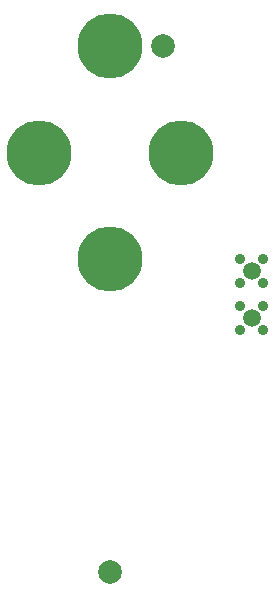
<source format=gts>
%TF.GenerationSoftware,KiCad,Pcbnew,7.99.0-1.20230926git54171ec.fc37*%
%TF.CreationDate,2023-10-10T16:27:55+01:00*%
%TF.ProjectId,bugg-led-r5,62756767-2d6c-4656-942d-72352e6b6963,rev?*%
%TF.SameCoordinates,Original*%
%TF.FileFunction,Soldermask,Top*%
%TF.FilePolarity,Negative*%
%FSLAX46Y46*%
G04 Gerber Fmt 4.6, Leading zero omitted, Abs format (unit mm)*
G04 Created by KiCad (PCBNEW 7.99.0-1.20230926git54171ec.fc37) date 2023-10-10 16:27:55*
%MOMM*%
%LPD*%
G01*
G04 APERTURE LIST*
%ADD10C,2.000000*%
%ADD11C,5.500000*%
%ADD12C,0.900000*%
%ADD13C,1.500000*%
G04 APERTURE END LIST*
D10*
%TO.C,H205*%
X4500000Y9000000D03*
%TD*%
%TO.C,H206*%
X0Y-35500000D03*
%TD*%
D11*
%TO.C,H204*%
X0Y-9000000D03*
%TD*%
%TO.C,H201*%
X6000000Y0D03*
%TD*%
%TO.C,H203*%
X0Y9000000D03*
%TD*%
%TO.C,H202*%
X-6000000Y0D03*
%TD*%
D12*
%TO.C,J201*%
X13000000Y-15000000D03*
X13000000Y-13000000D03*
X13000000Y-11000000D03*
X13000000Y-9000000D03*
D13*
X12000000Y-14000000D03*
X12000000Y-10000000D03*
D12*
X11000000Y-15000000D03*
X11000000Y-13000000D03*
X11000000Y-11000000D03*
X11000000Y-9000000D03*
%TD*%
M02*

</source>
